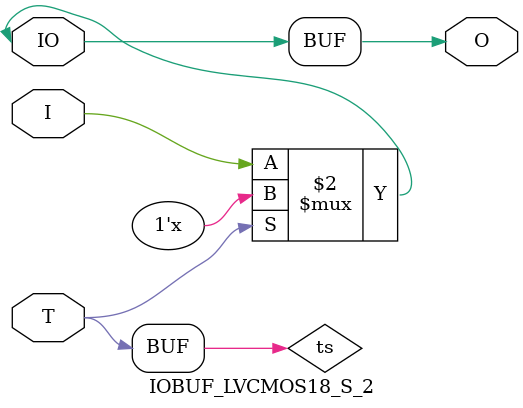
<source format=v>

/*

FUNCTION    : INPUT TRI-STATE OUTPUT BUFFER

*/

`celldefine
`timescale  100 ps / 10 ps

module IOBUF_LVCMOS18_S_2 (O, IO, I, T);

    output O;

    inout  IO;

    input  I, T;

    or O1 (ts, 1'b0, T);
    bufif0 T1 (IO, I, ts);

    buf B1 (O, IO);

endmodule

</source>
